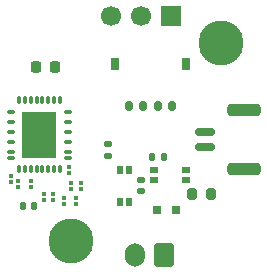
<source format=gbr>
%TF.GenerationSoftware,KiCad,Pcbnew,9.0.4*%
%TF.CreationDate,2025-10-05T00:11:35-04:00*%
%TF.ProjectId,bldc motor controller,626c6463-206d-46f7-946f-7220636f6e74,rev?*%
%TF.SameCoordinates,Original*%
%TF.FileFunction,Soldermask,Top*%
%TF.FilePolarity,Negative*%
%FSLAX46Y46*%
G04 Gerber Fmt 4.6, Leading zero omitted, Abs format (unit mm)*
G04 Created by KiCad (PCBNEW 9.0.4) date 2025-10-05 00:11:35*
%MOMM*%
%LPD*%
G01*
G04 APERTURE LIST*
G04 Aperture macros list*
%AMRoundRect*
0 Rectangle with rounded corners*
0 $1 Rounding radius*
0 $2 $3 $4 $5 $6 $7 $8 $9 X,Y pos of 4 corners*
0 Add a 4 corners polygon primitive as box body*
4,1,4,$2,$3,$4,$5,$6,$7,$8,$9,$2,$3,0*
0 Add four circle primitives for the rounded corners*
1,1,$1+$1,$2,$3*
1,1,$1+$1,$4,$5*
1,1,$1+$1,$6,$7*
1,1,$1+$1,$8,$9*
0 Add four rect primitives between the rounded corners*
20,1,$1+$1,$2,$3,$4,$5,0*
20,1,$1+$1,$4,$5,$6,$7,0*
20,1,$1+$1,$6,$7,$8,$9,0*
20,1,$1+$1,$8,$9,$2,$3,0*%
G04 Aperture macros list end*
%ADD10C,1.700000*%
%ADD11R,1.700000X1.700000*%
%ADD12RoundRect,0.075000X-0.075000X0.125000X-0.075000X-0.125000X0.075000X-0.125000X0.075000X0.125000X0*%
%ADD13RoundRect,0.140000X-0.140000X-0.170000X0.140000X-0.170000X0.140000X0.170000X-0.140000X0.170000X0*%
%ADD14RoundRect,0.150000X-0.700000X0.150000X-0.700000X-0.150000X0.700000X-0.150000X0.700000X0.150000X0*%
%ADD15RoundRect,0.250000X-1.150000X0.250000X-1.150000X-0.250000X1.150000X-0.250000X1.150000X0.250000X0*%
%ADD16C,3.800000*%
%ADD17O,1.700000X2.000000*%
%ADD18RoundRect,0.250000X0.600000X0.750000X-0.600000X0.750000X-0.600000X-0.750000X0.600000X-0.750000X0*%
%ADD19RoundRect,0.140000X-0.170000X0.140000X-0.170000X-0.140000X0.170000X-0.140000X0.170000X0.140000X0*%
%ADD20RoundRect,0.150000X0.150000X0.275000X-0.150000X0.275000X-0.150000X-0.275000X0.150000X-0.275000X0*%
%ADD21RoundRect,0.187500X0.187500X0.362500X-0.187500X0.362500X-0.187500X-0.362500X0.187500X-0.362500X0*%
%ADD22RoundRect,0.075000X0.075000X-0.125000X0.075000X0.125000X-0.075000X0.125000X-0.075000X-0.125000X0*%
%ADD23R,0.800000X0.800000*%
%ADD24R,0.550000X0.720000*%
%ADD25RoundRect,0.225000X-0.225000X-0.250000X0.225000X-0.250000X0.225000X0.250000X-0.225000X0.250000X0*%
%ADD26RoundRect,0.135000X0.135000X0.185000X-0.135000X0.185000X-0.135000X-0.185000X0.135000X-0.185000X0*%
%ADD27R,0.720000X0.550000*%
%ADD28RoundRect,0.200000X-0.200000X-0.275000X0.200000X-0.275000X0.200000X0.275000X-0.200000X0.275000X0*%
%ADD29RoundRect,0.140000X0.170000X-0.140000X0.170000X0.140000X-0.170000X0.140000X-0.170000X-0.140000X0*%
%ADD30O,0.790000X0.280000*%
%ADD31O,0.280000X0.790000*%
%ADD32R,3.000000X4.000000*%
G04 APERTURE END LIST*
D10*
%TO.C,U8*%
X139910000Y-77550000D03*
X142450000Y-77550000D03*
D11*
X144990000Y-77550000D03*
%TD*%
D12*
%TO.C,R3*%
X135900000Y-92950000D03*
X135900000Y-93450000D03*
%TD*%
%TO.C,C4*%
X136925000Y-92975000D03*
X136925000Y-93475000D03*
%TD*%
%TO.C,R9*%
X132049750Y-91550000D03*
X132049750Y-92050000D03*
%TD*%
D13*
%TO.C,C18*%
X133380000Y-93600000D03*
X132420000Y-93600000D03*
%TD*%
D12*
%TO.C,R11*%
X133150000Y-91550000D03*
X133150000Y-92050000D03*
%TD*%
D14*
%TO.C,U7*%
X147850000Y-87375000D03*
X147850000Y-88625000D03*
D15*
X151200000Y-85525000D03*
X151200000Y-90475000D03*
%TD*%
D16*
%TO.C,REF\u002A\u002A*%
X149250000Y-79850000D03*
%TD*%
%TO.C,REF\u002A\u002A*%
X136500000Y-96600000D03*
%TD*%
D17*
%TO.C,CN1*%
X141900000Y-97750000D03*
D18*
X144400000Y-97750000D03*
%TD*%
D19*
%TO.C,C10*%
X139649750Y-89380000D03*
X139649750Y-88420000D03*
%TD*%
D20*
%TO.C,U2*%
X145050000Y-85200000D03*
X143850000Y-85200000D03*
X142650000Y-85200000D03*
X141450000Y-85200000D03*
D21*
X146225000Y-81575000D03*
X140275000Y-81575000D03*
%TD*%
D22*
%TO.C,C3*%
X136524750Y-91675000D03*
X136524750Y-92175000D03*
%TD*%
D12*
%TO.C,C5*%
X134249750Y-93150000D03*
X134249750Y-92650000D03*
%TD*%
D22*
%TO.C,C6*%
X136349750Y-90850000D03*
X136349750Y-90350000D03*
%TD*%
D23*
%TO.C,LED1*%
X143800500Y-93950000D03*
X145399500Y-93950000D03*
%TD*%
D22*
%TO.C,R2*%
X137325000Y-91675000D03*
X137325000Y-92175000D03*
%TD*%
D12*
%TO.C,R4*%
X135000000Y-92650000D03*
X135000000Y-93150000D03*
%TD*%
%TO.C,R10*%
X131400000Y-91600000D03*
X131400000Y-91100000D03*
%TD*%
D24*
%TO.C,SW1*%
X140650000Y-93250000D03*
X140650000Y-90550000D03*
X141450000Y-93250000D03*
X141450000Y-90550000D03*
%TD*%
D25*
%TO.C,C7*%
X133575000Y-81900000D03*
X135125000Y-81900000D03*
%TD*%
D26*
%TO.C,R7*%
X143390000Y-89500000D03*
X144410000Y-89500000D03*
%TD*%
D27*
%TO.C,SW2*%
X143550000Y-90600000D03*
X146250000Y-90600000D03*
X143550000Y-91400000D03*
X146250000Y-91400000D03*
%TD*%
D28*
%TO.C,R8*%
X146725000Y-92650000D03*
X148375000Y-92650000D03*
%TD*%
D29*
%TO.C,C24*%
X142450000Y-92380000D03*
X142450000Y-91420000D03*
%TD*%
D30*
%TO.C,U1*%
X136257500Y-89550000D03*
X136257500Y-89050000D03*
X136257500Y-88200000D03*
X136257500Y-87350000D03*
X136257500Y-86500000D03*
X136257500Y-85650000D03*
D31*
X135600000Y-84692500D03*
X135100000Y-84692500D03*
X134600000Y-84692500D03*
X134100000Y-84692500D03*
X133600000Y-84692500D03*
X133100000Y-84692500D03*
X132600000Y-84692500D03*
X132100000Y-84692500D03*
D30*
X131442500Y-85650000D03*
X131442500Y-86500000D03*
X131442500Y-87350000D03*
X131442500Y-88200000D03*
X131442500Y-89050000D03*
X131442500Y-89550000D03*
D31*
X132100000Y-90507500D03*
X132600000Y-90507500D03*
X133100000Y-90507500D03*
X133600000Y-90507500D03*
X134100000Y-90507500D03*
X134600000Y-90507500D03*
X135100000Y-90507500D03*
X135600000Y-90507500D03*
D32*
X133850000Y-87600000D03*
%TD*%
M02*

</source>
